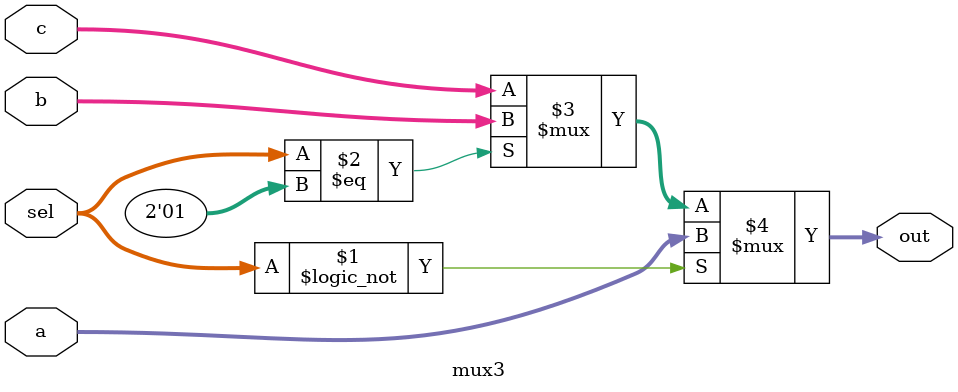
<source format=v>
module mux3( a, b, c, sel, out );
    input [31:0] a, b, c;
    input [1:0] sel;
    output [31:0] out;
    assign out = (sel == 2'b00) ? a :
                 (sel == 2'b01) ? b :
                 c;

endmodule 
</source>
